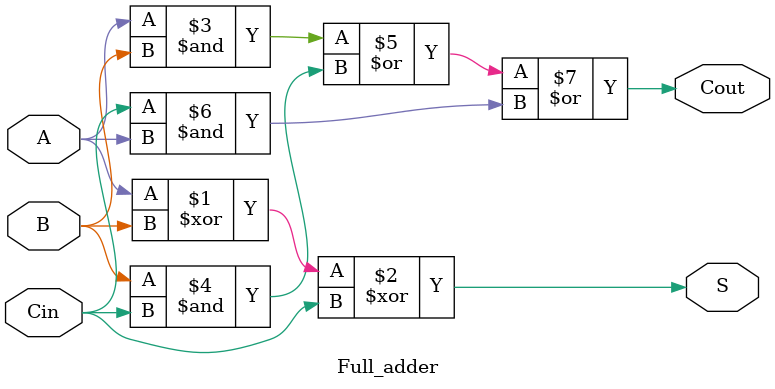
<source format=v>
`timescale 1ns / 1ps


module Full_adder(
    input A,input B,input Cin,
    output S,output Cout
    );
    
    assign S = A^B^Cin;
    assign Cout = (A&B) | (B&Cin) | (Cin&A);
    
    
    
endmodule

//module Full_adder_behav(
//    input A, input B, input Cin,
//    output reg S, output reg Cout
//);

//    always @(*) begin
//        case ({A, B, Cin})
//            3'b000: {Cout, S} = 2'b00;
//            3'b001: {Cout, S} = 2'b01;
//            3'b010: {Cout, S} = 2'b01;
//            3'b011: {Cout, S} = 2'b10;
//            3'b100: {Cout, S} = 2'b01;
//            3'b101: {Cout, S} = 2'b10;
//            3'b110: {Cout, S} = 2'b10;
//            3'b111: {Cout, S} = 2'b11;
//            default: {Cout, S} = 2'b00; // Default case for safety
//        endcase
//    end

//endmodule
   

</source>
